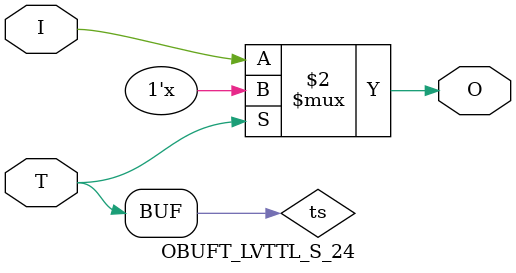
<source format=v>

/*

FUNCTION    : TRI-STATE OUTPUT BUFFER

*/

`celldefine
`timescale  100 ps / 10 ps

module OBUFT_LVTTL_S_24 (O, I, T);

    output O;

    input  I, T;

    or O1 (ts, 1'b0, T);
    bufif0 T1 (O, I, ts);

endmodule

</source>
